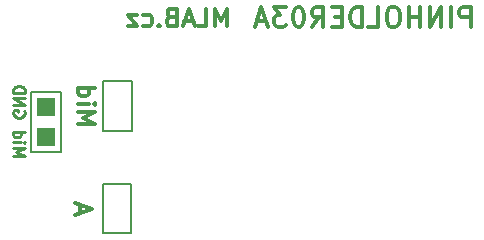
<source format=gbr>
%TF.GenerationSoftware,KiCad,Pcbnew,6.0.11+dfsg-1~bpo11+1*%
%TF.CreationDate,2023-05-25T08:20:36+00:00*%
%TF.ProjectId,PINHOLDER03,50494e48-4f4c-4444-9552-30332e6b6963,02A*%
%TF.SameCoordinates,Original*%
%TF.FileFunction,Legend,Bot*%
%TF.FilePolarity,Positive*%
%FSLAX46Y46*%
G04 Gerber Fmt 4.6, Leading zero omitted, Abs format (unit mm)*
G04 Created by KiCad (PCBNEW 6.0.11+dfsg-1~bpo11+1) date 2023-05-25 08:20:36*
%MOMM*%
%LPD*%
G01*
G04 APERTURE LIST*
%ADD10C,0.300000*%
%ADD11C,0.250000*%
%ADD12C,0.150000*%
%ADD13R,1.524000X1.524000*%
G04 APERTURE END LIST*
D10*
X35187590Y850453D02*
X35187590Y2550453D01*
X34539971Y2550453D01*
X34378066Y2469500D01*
X34297114Y2388548D01*
X34216161Y2226643D01*
X34216161Y1983786D01*
X34297114Y1821881D01*
X34378066Y1740929D01*
X34539971Y1659977D01*
X35187590Y1659977D01*
X33487590Y850453D02*
X33487590Y2550453D01*
X32678066Y850453D02*
X32678066Y2550453D01*
X31706638Y850453D01*
X31706638Y2550453D01*
X30897114Y850453D02*
X30897114Y2550453D01*
X30897114Y1740929D02*
X29925685Y1740929D01*
X29925685Y850453D02*
X29925685Y2550453D01*
X28792352Y2550453D02*
X28468542Y2550453D01*
X28306638Y2469500D01*
X28144733Y2307596D01*
X28063780Y1983786D01*
X28063780Y1417120D01*
X28144733Y1093310D01*
X28306638Y931405D01*
X28468542Y850453D01*
X28792352Y850453D01*
X28954257Y931405D01*
X29116161Y1093310D01*
X29197114Y1417120D01*
X29197114Y1983786D01*
X29116161Y2307596D01*
X28954257Y2469500D01*
X28792352Y2550453D01*
X26525685Y850453D02*
X27335209Y850453D01*
X27335209Y2550453D01*
X25959019Y850453D02*
X25959019Y2550453D01*
X25554257Y2550453D01*
X25311400Y2469500D01*
X25149495Y2307596D01*
X25068542Y2145691D01*
X24987590Y1821881D01*
X24987590Y1579024D01*
X25068542Y1255215D01*
X25149495Y1093310D01*
X25311400Y931405D01*
X25554257Y850453D01*
X25959019Y850453D01*
X24259019Y1740929D02*
X23692352Y1740929D01*
X23449495Y850453D02*
X24259019Y850453D01*
X24259019Y2550453D01*
X23449495Y2550453D01*
X21749495Y850453D02*
X22316161Y1659977D01*
X22720923Y850453D02*
X22720923Y2550453D01*
X22073304Y2550453D01*
X21911400Y2469500D01*
X21830447Y2388548D01*
X21749495Y2226643D01*
X21749495Y1983786D01*
X21830447Y1821881D01*
X21911400Y1740929D01*
X22073304Y1659977D01*
X22720923Y1659977D01*
X20697114Y2550453D02*
X20535209Y2550453D01*
X20373304Y2469500D01*
X20292352Y2388548D01*
X20211400Y2226643D01*
X20130447Y1902834D01*
X20130447Y1498072D01*
X20211400Y1174262D01*
X20292352Y1012358D01*
X20373304Y931405D01*
X20535209Y850453D01*
X20697114Y850453D01*
X20859019Y931405D01*
X20939971Y1012358D01*
X21020923Y1174262D01*
X21101876Y1498072D01*
X21101876Y1902834D01*
X21020923Y2226643D01*
X20939971Y2388548D01*
X20859019Y2469500D01*
X20697114Y2550453D01*
X19563780Y2550453D02*
X18511400Y2550453D01*
X19078066Y1902834D01*
X18835209Y1902834D01*
X18673304Y1821881D01*
X18592352Y1740929D01*
X18511400Y1579024D01*
X18511400Y1174262D01*
X18592352Y1012358D01*
X18673304Y931405D01*
X18835209Y850453D01*
X19320923Y850453D01*
X19482828Y931405D01*
X19563780Y1012358D01*
X17863780Y1336167D02*
X17054257Y1336167D01*
X18025685Y850453D02*
X17459019Y2550453D01*
X16892352Y850453D01*
X2090000Y-14927142D02*
X2090000Y-14212857D01*
X1661428Y-15070000D02*
X3161428Y-14570000D01*
X1661428Y-14070000D01*
D11*
X-3562381Y-10048571D02*
X-2562381Y-10048571D01*
X-3276667Y-9715238D01*
X-2562381Y-9381904D01*
X-3562381Y-9381904D01*
X-3562381Y-8905714D02*
X-2895715Y-8905714D01*
X-2562381Y-8905714D02*
X-2610000Y-8953333D01*
X-2657620Y-8905714D01*
X-2610000Y-8858095D01*
X-2562381Y-8905714D01*
X-2657620Y-8905714D01*
X-3562381Y-8000952D02*
X-2562381Y-8000952D01*
X-3514762Y-8000952D02*
X-3562381Y-8096190D01*
X-3562381Y-8286666D01*
X-3514762Y-8381904D01*
X-3467143Y-8429523D01*
X-3371905Y-8477142D01*
X-3086191Y-8477142D01*
X-2990953Y-8429523D01*
X-2943334Y-8381904D01*
X-2895715Y-8286666D01*
X-2895715Y-8096190D01*
X-2943334Y-8000952D01*
X-2610000Y-6239047D02*
X-2562381Y-6334285D01*
X-2562381Y-6477142D01*
X-2610000Y-6620000D01*
X-2705239Y-6715238D01*
X-2800477Y-6762857D01*
X-2990953Y-6810476D01*
X-3133810Y-6810476D01*
X-3324286Y-6762857D01*
X-3419524Y-6715238D01*
X-3514762Y-6620000D01*
X-3562381Y-6477142D01*
X-3562381Y-6381904D01*
X-3514762Y-6239047D01*
X-3467143Y-6191428D01*
X-3133810Y-6191428D01*
X-3133810Y-6381904D01*
X-3562381Y-5762857D02*
X-2562381Y-5762857D01*
X-3562381Y-5191428D01*
X-2562381Y-5191428D01*
X-3562381Y-4715238D02*
X-2562381Y-4715238D01*
X-2562381Y-4477142D01*
X-2610000Y-4334285D01*
X-2705239Y-4239047D01*
X-2800477Y-4191428D01*
X-2990953Y-4143809D01*
X-3133810Y-4143809D01*
X-3324286Y-4191428D01*
X-3419524Y-4239047D01*
X-3514762Y-4334285D01*
X-3562381Y-4477142D01*
X-3562381Y-4715238D01*
D10*
X14521142Y908929D02*
X14521142Y2408929D01*
X14021142Y1337500D01*
X13521142Y2408929D01*
X13521142Y908929D01*
X12092571Y908929D02*
X12806857Y908929D01*
X12806857Y2408929D01*
X11664000Y1337500D02*
X10949714Y1337500D01*
X11806857Y908929D02*
X11306857Y2408929D01*
X10806857Y908929D01*
X9806857Y1694643D02*
X9592571Y1623215D01*
X9521142Y1551786D01*
X9449714Y1408929D01*
X9449714Y1194643D01*
X9521142Y1051786D01*
X9592571Y980358D01*
X9735428Y908929D01*
X10306857Y908929D01*
X10306857Y2408929D01*
X9806857Y2408929D01*
X9664000Y2337500D01*
X9592571Y2266072D01*
X9521142Y2123215D01*
X9521142Y1980358D01*
X9592571Y1837500D01*
X9664000Y1766072D01*
X9806857Y1694643D01*
X10306857Y1694643D01*
X8806857Y1051786D02*
X8735428Y980358D01*
X8806857Y908929D01*
X8878285Y980358D01*
X8806857Y1051786D01*
X8806857Y908929D01*
X7449714Y980358D02*
X7592571Y908929D01*
X7878285Y908929D01*
X8021142Y980358D01*
X8092571Y1051786D01*
X8164000Y1194643D01*
X8164000Y1623215D01*
X8092571Y1766072D01*
X8021142Y1837500D01*
X7878285Y1908929D01*
X7592571Y1908929D01*
X7449714Y1837500D01*
X6949714Y1908929D02*
X6164000Y1908929D01*
X6949714Y908929D01*
X6164000Y908929D01*
X1911428Y-7355714D02*
X3411428Y-7355714D01*
X2340000Y-6855714D01*
X3411428Y-6355714D01*
X1911428Y-6355714D01*
X1911428Y-5641428D02*
X2911428Y-5641428D01*
X3411428Y-5641428D02*
X3340000Y-5712857D01*
X3268571Y-5641428D01*
X3340000Y-5570000D01*
X3411428Y-5641428D01*
X3268571Y-5641428D01*
X1911428Y-4284285D02*
X3411428Y-4284285D01*
X1982857Y-4284285D02*
X1911428Y-4427142D01*
X1911428Y-4712857D01*
X1982857Y-4855714D01*
X2054285Y-4927142D01*
X2197142Y-4998571D01*
X2625714Y-4998571D01*
X2768571Y-4927142D01*
X2840000Y-4855714D01*
X2911428Y-4712857D01*
X2911428Y-4427142D01*
X2840000Y-4284285D01*
D12*
%TO.C,TP4*%
X4090000Y-3720000D02*
X4090000Y-7920000D01*
X4090000Y-7920000D02*
X6490000Y-7920000D01*
X6490000Y-7920000D02*
X6490000Y-3720000D01*
X6490000Y-3720000D02*
X4090000Y-3720000D01*
%TO.C,J2*%
X-2080000Y-9760000D02*
X460000Y-9760000D01*
X460000Y-9760000D02*
X460000Y-4680000D01*
X460000Y-4680000D02*
X-2080000Y-4680000D01*
X-2080000Y-4680000D02*
X-2080000Y-9760000D01*
%TO.C,TP2*%
X6440000Y-16620000D02*
X6440000Y-12420000D01*
X4040000Y-16620000D02*
X6440000Y-16620000D01*
X6440000Y-12420000D02*
X4040000Y-12420000D01*
X4040000Y-12420000D02*
X4040000Y-16620000D01*
%TD*%
D13*
%TO.C,J2*%
X-810000Y-5950000D03*
X-810000Y-8490000D03*
%TD*%
M02*

</source>
